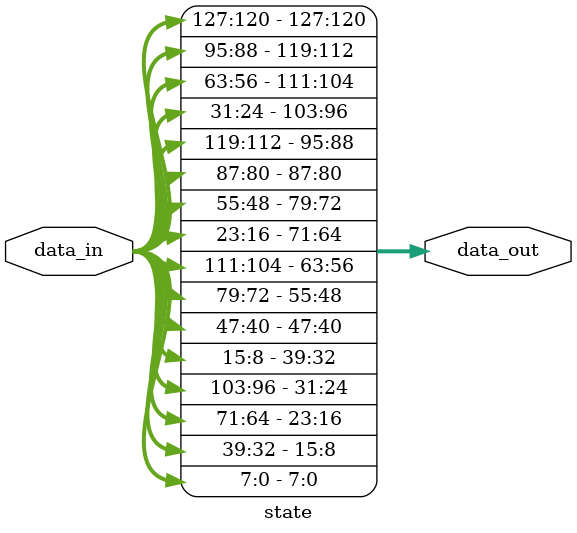
<source format=sv>


module state (
    input [127:0] data_in,
    output [127:0] data_out
);

assign data_out = {
    data_in[127:120],
    data_in[95:88],
    data_in[63:56],
    data_in[31:24],
    data_in[119:112],
    data_in[87:80],
    data_in[55:48],
    data_in[23:16],
    data_in[111:104],
    data_in[79:72],
    data_in[47:40],
    data_in[15:8],
    data_in[103:96],
    data_in[71:64],
    data_in[39:32],
    data_in[7:0]
};

endmodule

</source>
